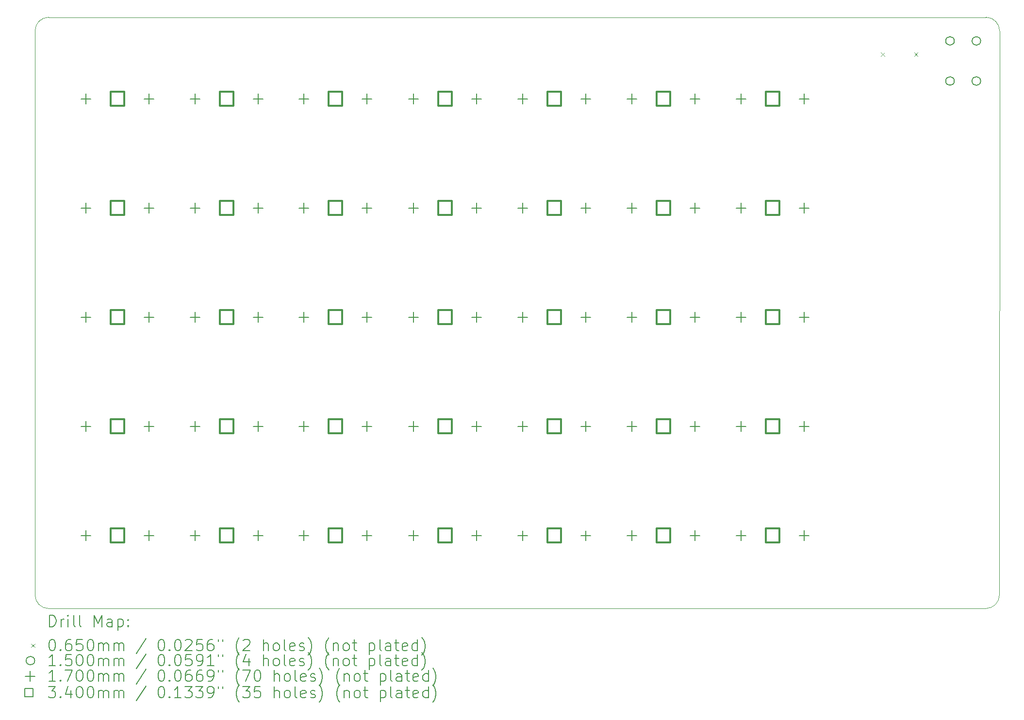
<source format=gbr>
%FSLAX45Y45*%
G04 Gerber Fmt 4.5, Leading zero omitted, Abs format (unit mm)*
G04 Created by KiCad (PCBNEW (6.0.6)) date 2022-08-07 16:47:04*
%MOMM*%
%LPD*%
G01*
G04 APERTURE LIST*
%TA.AperFunction,Profile*%
%ADD10C,0.100000*%
%TD*%
%ADD11C,0.200000*%
%ADD12C,0.065000*%
%ADD13C,0.150000*%
%ADD14C,0.170000*%
%ADD15C,0.340000*%
G04 APERTURE END LIST*
D10*
X5476875Y-3016250D02*
G75*
G03*
X5238750Y-3254375I-5J-238120D01*
G01*
X22066250Y-3254375D02*
G75*
G03*
X21828125Y-3016250I-238120J5D01*
G01*
X5238750Y-13097017D02*
X5238750Y-3254375D01*
X21825346Y-13335001D02*
G75*
G03*
X22063471Y-13096875I4J238121D01*
G01*
X5238758Y-13097017D02*
G75*
G03*
X5476875Y-13335142I238132J7D01*
G01*
X22066250Y-3254375D02*
X22063471Y-13096875D01*
X5476875Y-3016250D02*
X21828125Y-3016250D01*
X21825346Y-13335000D02*
X5476875Y-13335142D01*
D11*
D12*
X19998500Y-3630875D02*
X20063500Y-3695875D01*
X20063500Y-3630875D02*
X19998500Y-3695875D01*
X20576500Y-3630875D02*
X20641500Y-3695875D01*
X20641500Y-3630875D02*
X20576500Y-3695875D01*
D13*
X21276250Y-3429375D02*
G75*
G03*
X21276250Y-3429375I-75000J0D01*
G01*
X21276250Y-4129375D02*
G75*
G03*
X21276250Y-4129375I-75000J0D01*
G01*
X21736250Y-3429375D02*
G75*
G03*
X21736250Y-3429375I-75000J0D01*
G01*
X21736250Y-4129375D02*
G75*
G03*
X21736250Y-4129375I-75000J0D01*
G01*
D14*
X6124375Y-4353750D02*
X6124375Y-4523750D01*
X6039375Y-4438750D02*
X6209375Y-4438750D01*
X6124375Y-6258750D02*
X6124375Y-6428750D01*
X6039375Y-6343750D02*
X6209375Y-6343750D01*
X6124375Y-8163750D02*
X6124375Y-8333750D01*
X6039375Y-8248750D02*
X6209375Y-8248750D01*
X6124375Y-10068750D02*
X6124375Y-10238750D01*
X6039375Y-10153750D02*
X6209375Y-10153750D01*
X6124375Y-11973750D02*
X6124375Y-12143750D01*
X6039375Y-12058750D02*
X6209375Y-12058750D01*
X7224375Y-4353750D02*
X7224375Y-4523750D01*
X7139375Y-4438750D02*
X7309375Y-4438750D01*
X7224375Y-6258750D02*
X7224375Y-6428750D01*
X7139375Y-6343750D02*
X7309375Y-6343750D01*
X7224375Y-8163750D02*
X7224375Y-8333750D01*
X7139375Y-8248750D02*
X7309375Y-8248750D01*
X7224375Y-10068750D02*
X7224375Y-10238750D01*
X7139375Y-10153750D02*
X7309375Y-10153750D01*
X7224375Y-11973750D02*
X7224375Y-12143750D01*
X7139375Y-12058750D02*
X7309375Y-12058750D01*
X8029375Y-4353750D02*
X8029375Y-4523750D01*
X7944375Y-4438750D02*
X8114375Y-4438750D01*
X8029375Y-6258750D02*
X8029375Y-6428750D01*
X7944375Y-6343750D02*
X8114375Y-6343750D01*
X8029375Y-8163750D02*
X8029375Y-8333750D01*
X7944375Y-8248750D02*
X8114375Y-8248750D01*
X8029375Y-10068750D02*
X8029375Y-10238750D01*
X7944375Y-10153750D02*
X8114375Y-10153750D01*
X8029375Y-11973750D02*
X8029375Y-12143750D01*
X7944375Y-12058750D02*
X8114375Y-12058750D01*
X9129375Y-4353750D02*
X9129375Y-4523750D01*
X9044375Y-4438750D02*
X9214375Y-4438750D01*
X9129375Y-6258750D02*
X9129375Y-6428750D01*
X9044375Y-6343750D02*
X9214375Y-6343750D01*
X9129375Y-8163750D02*
X9129375Y-8333750D01*
X9044375Y-8248750D02*
X9214375Y-8248750D01*
X9129375Y-10068750D02*
X9129375Y-10238750D01*
X9044375Y-10153750D02*
X9214375Y-10153750D01*
X9129375Y-11973750D02*
X9129375Y-12143750D01*
X9044375Y-12058750D02*
X9214375Y-12058750D01*
X9928750Y-4353750D02*
X9928750Y-4523750D01*
X9843750Y-4438750D02*
X10013750Y-4438750D01*
X9928750Y-6258750D02*
X9928750Y-6428750D01*
X9843750Y-6343750D02*
X10013750Y-6343750D01*
X9928750Y-8163750D02*
X9928750Y-8333750D01*
X9843750Y-8248750D02*
X10013750Y-8248750D01*
X9928750Y-10068750D02*
X9928750Y-10238750D01*
X9843750Y-10153750D02*
X10013750Y-10153750D01*
X9928750Y-11973750D02*
X9928750Y-12143750D01*
X9843750Y-12058750D02*
X10013750Y-12058750D01*
X11028750Y-4353750D02*
X11028750Y-4523750D01*
X10943750Y-4438750D02*
X11113750Y-4438750D01*
X11028750Y-6258750D02*
X11028750Y-6428750D01*
X10943750Y-6343750D02*
X11113750Y-6343750D01*
X11028750Y-8163750D02*
X11028750Y-8333750D01*
X10943750Y-8248750D02*
X11113750Y-8248750D01*
X11028750Y-10068750D02*
X11028750Y-10238750D01*
X10943750Y-10153750D02*
X11113750Y-10153750D01*
X11028750Y-11973750D02*
X11028750Y-12143750D01*
X10943750Y-12058750D02*
X11113750Y-12058750D01*
X11839375Y-4353750D02*
X11839375Y-4523750D01*
X11754375Y-4438750D02*
X11924375Y-4438750D01*
X11839375Y-6258750D02*
X11839375Y-6428750D01*
X11754375Y-6343750D02*
X11924375Y-6343750D01*
X11839375Y-8163750D02*
X11839375Y-8333750D01*
X11754375Y-8248750D02*
X11924375Y-8248750D01*
X11839375Y-10068750D02*
X11839375Y-10238750D01*
X11754375Y-10153750D02*
X11924375Y-10153750D01*
X11839375Y-11973750D02*
X11839375Y-12143750D01*
X11754375Y-12058750D02*
X11924375Y-12058750D01*
X12939375Y-4353750D02*
X12939375Y-4523750D01*
X12854375Y-4438750D02*
X13024375Y-4438750D01*
X12939375Y-6258750D02*
X12939375Y-6428750D01*
X12854375Y-6343750D02*
X13024375Y-6343750D01*
X12939375Y-8163750D02*
X12939375Y-8333750D01*
X12854375Y-8248750D02*
X13024375Y-8248750D01*
X12939375Y-10068750D02*
X12939375Y-10238750D01*
X12854375Y-10153750D02*
X13024375Y-10153750D01*
X12939375Y-11973750D02*
X12939375Y-12143750D01*
X12854375Y-12058750D02*
X13024375Y-12058750D01*
X13744025Y-4353748D02*
X13744025Y-4523748D01*
X13659025Y-4438748D02*
X13829025Y-4438748D01*
X13744191Y-6258762D02*
X13744191Y-6428762D01*
X13659191Y-6343762D02*
X13829191Y-6343762D01*
X13744243Y-11973888D02*
X13744243Y-12143888D01*
X13659243Y-12058888D02*
X13829243Y-12058888D01*
X13744339Y-8163702D02*
X13744339Y-8333702D01*
X13659339Y-8248702D02*
X13829339Y-8248702D01*
X13744375Y-10068631D02*
X13744375Y-10238631D01*
X13659375Y-10153631D02*
X13829375Y-10153631D01*
X14844025Y-4353748D02*
X14844025Y-4523748D01*
X14759025Y-4438748D02*
X14929025Y-4438748D01*
X14844191Y-6258762D02*
X14844191Y-6428762D01*
X14759191Y-6343762D02*
X14929191Y-6343762D01*
X14844243Y-11973888D02*
X14844243Y-12143888D01*
X14759243Y-12058888D02*
X14929243Y-12058888D01*
X14844339Y-8163702D02*
X14844339Y-8333702D01*
X14759339Y-8248702D02*
X14929339Y-8248702D01*
X14844375Y-10068631D02*
X14844375Y-10238631D01*
X14759375Y-10153631D02*
X14929375Y-10153631D01*
X15649022Y-4353705D02*
X15649022Y-4523705D01*
X15564022Y-4438705D02*
X15734022Y-4438705D01*
X15649120Y-6258820D02*
X15649120Y-6428820D01*
X15564120Y-6343820D02*
X15734120Y-6343820D01*
X15649145Y-11973841D02*
X15649145Y-12143841D01*
X15564145Y-12058841D02*
X15734145Y-12058841D01*
X15649293Y-8163645D02*
X15649293Y-8333645D01*
X15564293Y-8248645D02*
X15734293Y-8248645D01*
X15649375Y-10068671D02*
X15649375Y-10238671D01*
X15564375Y-10153671D02*
X15734375Y-10153671D01*
X16749022Y-4353705D02*
X16749022Y-4523705D01*
X16664022Y-4438705D02*
X16834022Y-4438705D01*
X16749120Y-6258820D02*
X16749120Y-6428820D01*
X16664120Y-6343820D02*
X16834120Y-6343820D01*
X16749145Y-11973841D02*
X16749145Y-12143841D01*
X16664145Y-12058841D02*
X16834145Y-12058841D01*
X16749293Y-8163645D02*
X16749293Y-8333645D01*
X16664293Y-8248645D02*
X16834293Y-8248645D01*
X16749375Y-10068671D02*
X16749375Y-10238671D01*
X16664375Y-10153671D02*
X16834375Y-10153671D01*
X17554131Y-4353750D02*
X17554131Y-4523750D01*
X17469131Y-4438750D02*
X17639131Y-4438750D01*
X17554131Y-6258750D02*
X17554131Y-6428750D01*
X17469131Y-6343750D02*
X17639131Y-6343750D01*
X17554131Y-8163750D02*
X17554131Y-8333750D01*
X17469131Y-8248750D02*
X17639131Y-8248750D01*
X17554302Y-11973750D02*
X17554302Y-12143750D01*
X17469302Y-12058750D02*
X17639302Y-12058750D01*
X17554375Y-10068750D02*
X17554375Y-10238750D01*
X17469375Y-10153750D02*
X17639375Y-10153750D01*
X18654131Y-4353750D02*
X18654131Y-4523750D01*
X18569131Y-4438750D02*
X18739131Y-4438750D01*
X18654131Y-6258750D02*
X18654131Y-6428750D01*
X18569131Y-6343750D02*
X18739131Y-6343750D01*
X18654131Y-8163750D02*
X18654131Y-8333750D01*
X18569131Y-8248750D02*
X18739131Y-8248750D01*
X18654302Y-11973750D02*
X18654302Y-12143750D01*
X18569302Y-12058750D02*
X18739302Y-12058750D01*
X18654375Y-10068750D02*
X18654375Y-10238750D01*
X18569375Y-10153750D02*
X18739375Y-10153750D01*
D15*
X6794584Y-4558959D02*
X6794584Y-4318541D01*
X6554166Y-4318541D01*
X6554166Y-4558959D01*
X6794584Y-4558959D01*
X6794584Y-6463959D02*
X6794584Y-6223541D01*
X6554166Y-6223541D01*
X6554166Y-6463959D01*
X6794584Y-6463959D01*
X6794584Y-8368959D02*
X6794584Y-8128541D01*
X6554166Y-8128541D01*
X6554166Y-8368959D01*
X6794584Y-8368959D01*
X6794584Y-10273959D02*
X6794584Y-10033541D01*
X6554166Y-10033541D01*
X6554166Y-10273959D01*
X6794584Y-10273959D01*
X6794584Y-12178959D02*
X6794584Y-11938541D01*
X6554166Y-11938541D01*
X6554166Y-12178959D01*
X6794584Y-12178959D01*
X8699584Y-4558959D02*
X8699584Y-4318541D01*
X8459166Y-4318541D01*
X8459166Y-4558959D01*
X8699584Y-4558959D01*
X8699584Y-6463959D02*
X8699584Y-6223541D01*
X8459166Y-6223541D01*
X8459166Y-6463959D01*
X8699584Y-6463959D01*
X8699584Y-8368959D02*
X8699584Y-8128541D01*
X8459166Y-8128541D01*
X8459166Y-8368959D01*
X8699584Y-8368959D01*
X8699584Y-10273959D02*
X8699584Y-10033541D01*
X8459166Y-10033541D01*
X8459166Y-10273959D01*
X8699584Y-10273959D01*
X8699584Y-12178959D02*
X8699584Y-11938541D01*
X8459166Y-11938541D01*
X8459166Y-12178959D01*
X8699584Y-12178959D01*
X10598959Y-4558959D02*
X10598959Y-4318541D01*
X10358541Y-4318541D01*
X10358541Y-4558959D01*
X10598959Y-4558959D01*
X10598959Y-6463959D02*
X10598959Y-6223541D01*
X10358541Y-6223541D01*
X10358541Y-6463959D01*
X10598959Y-6463959D01*
X10598959Y-8368959D02*
X10598959Y-8128541D01*
X10358541Y-8128541D01*
X10358541Y-8368959D01*
X10598959Y-8368959D01*
X10598959Y-10273959D02*
X10598959Y-10033541D01*
X10358541Y-10033541D01*
X10358541Y-10273959D01*
X10598959Y-10273959D01*
X10598959Y-12178959D02*
X10598959Y-11938541D01*
X10358541Y-11938541D01*
X10358541Y-12178959D01*
X10598959Y-12178959D01*
X12509584Y-4558959D02*
X12509584Y-4318541D01*
X12269166Y-4318541D01*
X12269166Y-4558959D01*
X12509584Y-4558959D01*
X12509584Y-6463959D02*
X12509584Y-6223541D01*
X12269166Y-6223541D01*
X12269166Y-6463959D01*
X12509584Y-6463959D01*
X12509584Y-8368959D02*
X12509584Y-8128541D01*
X12269166Y-8128541D01*
X12269166Y-8368959D01*
X12509584Y-8368959D01*
X12509584Y-10273959D02*
X12509584Y-10033541D01*
X12269166Y-10033541D01*
X12269166Y-10273959D01*
X12509584Y-10273959D01*
X12509584Y-12178959D02*
X12509584Y-11938541D01*
X12269166Y-11938541D01*
X12269166Y-12178959D01*
X12509584Y-12178959D01*
X14414234Y-4558957D02*
X14414234Y-4318538D01*
X14173816Y-4318538D01*
X14173816Y-4558957D01*
X14414234Y-4558957D01*
X14414401Y-6463972D02*
X14414401Y-6223553D01*
X14173982Y-6223553D01*
X14173982Y-6463972D01*
X14414401Y-6463972D01*
X14414452Y-12179097D02*
X14414452Y-11938679D01*
X14174034Y-11938679D01*
X14174034Y-12179097D01*
X14414452Y-12179097D01*
X14414548Y-8368911D02*
X14414548Y-8128493D01*
X14174130Y-8128493D01*
X14174130Y-8368911D01*
X14414548Y-8368911D01*
X14414584Y-10273841D02*
X14414584Y-10033422D01*
X14174166Y-10033422D01*
X14174166Y-10273841D01*
X14414584Y-10273841D01*
X16319231Y-4558915D02*
X16319231Y-4318496D01*
X16078812Y-4318496D01*
X16078812Y-4558915D01*
X16319231Y-4558915D01*
X16319329Y-6464030D02*
X16319329Y-6223611D01*
X16078910Y-6223611D01*
X16078910Y-6464030D01*
X16319329Y-6464030D01*
X16319354Y-12179050D02*
X16319354Y-11938631D01*
X16078935Y-11938631D01*
X16078935Y-12179050D01*
X16319354Y-12179050D01*
X16319502Y-8368855D02*
X16319502Y-8128436D01*
X16079083Y-8128436D01*
X16079083Y-8368855D01*
X16319502Y-8368855D01*
X16319584Y-10273880D02*
X16319584Y-10033462D01*
X16079166Y-10033462D01*
X16079166Y-10273880D01*
X16319584Y-10273880D01*
X18224340Y-4558959D02*
X18224340Y-4318541D01*
X17983922Y-4318541D01*
X17983922Y-4558959D01*
X18224340Y-4558959D01*
X18224340Y-6463959D02*
X18224340Y-6223541D01*
X17983922Y-6223541D01*
X17983922Y-6463959D01*
X18224340Y-6463959D01*
X18224340Y-8368959D02*
X18224340Y-8128541D01*
X17983922Y-8128541D01*
X17983922Y-8368959D01*
X18224340Y-8368959D01*
X18224511Y-12178959D02*
X18224511Y-11938541D01*
X17984093Y-11938541D01*
X17984093Y-12178959D01*
X18224511Y-12178959D01*
X18224584Y-10273959D02*
X18224584Y-10033541D01*
X17984166Y-10033541D01*
X17984166Y-10273959D01*
X18224584Y-10273959D01*
D11*
X5491369Y-13650618D02*
X5491369Y-13450618D01*
X5538988Y-13450618D01*
X5567560Y-13460142D01*
X5586607Y-13479190D01*
X5596131Y-13498237D01*
X5605655Y-13536333D01*
X5605655Y-13564904D01*
X5596131Y-13602999D01*
X5586607Y-13622047D01*
X5567560Y-13641094D01*
X5538988Y-13650618D01*
X5491369Y-13650618D01*
X5691369Y-13650618D02*
X5691369Y-13517285D01*
X5691369Y-13555380D02*
X5700893Y-13536333D01*
X5710417Y-13526809D01*
X5729464Y-13517285D01*
X5748512Y-13517285D01*
X5815178Y-13650618D02*
X5815178Y-13517285D01*
X5815178Y-13450618D02*
X5805655Y-13460142D01*
X5815178Y-13469666D01*
X5824702Y-13460142D01*
X5815178Y-13450618D01*
X5815178Y-13469666D01*
X5938988Y-13650618D02*
X5919940Y-13641094D01*
X5910417Y-13622047D01*
X5910417Y-13450618D01*
X6043750Y-13650618D02*
X6024702Y-13641094D01*
X6015178Y-13622047D01*
X6015178Y-13450618D01*
X6272321Y-13650618D02*
X6272321Y-13450618D01*
X6338988Y-13593475D01*
X6405655Y-13450618D01*
X6405655Y-13650618D01*
X6586607Y-13650618D02*
X6586607Y-13545856D01*
X6577083Y-13526809D01*
X6558036Y-13517285D01*
X6519940Y-13517285D01*
X6500893Y-13526809D01*
X6586607Y-13641094D02*
X6567559Y-13650618D01*
X6519940Y-13650618D01*
X6500893Y-13641094D01*
X6491369Y-13622047D01*
X6491369Y-13602999D01*
X6500893Y-13583952D01*
X6519940Y-13574428D01*
X6567559Y-13574428D01*
X6586607Y-13564904D01*
X6681845Y-13517285D02*
X6681845Y-13717285D01*
X6681845Y-13526809D02*
X6700893Y-13517285D01*
X6738988Y-13517285D01*
X6758036Y-13526809D01*
X6767559Y-13536333D01*
X6777083Y-13555380D01*
X6777083Y-13612523D01*
X6767559Y-13631571D01*
X6758036Y-13641094D01*
X6738988Y-13650618D01*
X6700893Y-13650618D01*
X6681845Y-13641094D01*
X6862798Y-13631571D02*
X6872321Y-13641094D01*
X6862798Y-13650618D01*
X6853274Y-13641094D01*
X6862798Y-13631571D01*
X6862798Y-13650618D01*
X6862798Y-13526809D02*
X6872321Y-13536333D01*
X6862798Y-13545856D01*
X6853274Y-13536333D01*
X6862798Y-13526809D01*
X6862798Y-13545856D01*
D12*
X5168750Y-13947642D02*
X5233750Y-14012642D01*
X5233750Y-13947642D02*
X5168750Y-14012642D01*
D11*
X5529464Y-13870618D02*
X5548512Y-13870618D01*
X5567560Y-13880142D01*
X5577083Y-13889666D01*
X5586607Y-13908714D01*
X5596131Y-13946809D01*
X5596131Y-13994428D01*
X5586607Y-14032523D01*
X5577083Y-14051571D01*
X5567560Y-14061094D01*
X5548512Y-14070618D01*
X5529464Y-14070618D01*
X5510417Y-14061094D01*
X5500893Y-14051571D01*
X5491369Y-14032523D01*
X5481845Y-13994428D01*
X5481845Y-13946809D01*
X5491369Y-13908714D01*
X5500893Y-13889666D01*
X5510417Y-13880142D01*
X5529464Y-13870618D01*
X5681845Y-14051571D02*
X5691369Y-14061094D01*
X5681845Y-14070618D01*
X5672321Y-14061094D01*
X5681845Y-14051571D01*
X5681845Y-14070618D01*
X5862798Y-13870618D02*
X5824702Y-13870618D01*
X5805655Y-13880142D01*
X5796131Y-13889666D01*
X5777083Y-13918237D01*
X5767559Y-13956333D01*
X5767559Y-14032523D01*
X5777083Y-14051571D01*
X5786607Y-14061094D01*
X5805655Y-14070618D01*
X5843750Y-14070618D01*
X5862798Y-14061094D01*
X5872321Y-14051571D01*
X5881845Y-14032523D01*
X5881845Y-13984904D01*
X5872321Y-13965856D01*
X5862798Y-13956333D01*
X5843750Y-13946809D01*
X5805655Y-13946809D01*
X5786607Y-13956333D01*
X5777083Y-13965856D01*
X5767559Y-13984904D01*
X6062798Y-13870618D02*
X5967559Y-13870618D01*
X5958036Y-13965856D01*
X5967559Y-13956333D01*
X5986607Y-13946809D01*
X6034226Y-13946809D01*
X6053274Y-13956333D01*
X6062798Y-13965856D01*
X6072321Y-13984904D01*
X6072321Y-14032523D01*
X6062798Y-14051571D01*
X6053274Y-14061094D01*
X6034226Y-14070618D01*
X5986607Y-14070618D01*
X5967559Y-14061094D01*
X5958036Y-14051571D01*
X6196131Y-13870618D02*
X6215178Y-13870618D01*
X6234226Y-13880142D01*
X6243750Y-13889666D01*
X6253274Y-13908714D01*
X6262798Y-13946809D01*
X6262798Y-13994428D01*
X6253274Y-14032523D01*
X6243750Y-14051571D01*
X6234226Y-14061094D01*
X6215178Y-14070618D01*
X6196131Y-14070618D01*
X6177083Y-14061094D01*
X6167559Y-14051571D01*
X6158036Y-14032523D01*
X6148512Y-13994428D01*
X6148512Y-13946809D01*
X6158036Y-13908714D01*
X6167559Y-13889666D01*
X6177083Y-13880142D01*
X6196131Y-13870618D01*
X6348512Y-14070618D02*
X6348512Y-13937285D01*
X6348512Y-13956333D02*
X6358036Y-13946809D01*
X6377083Y-13937285D01*
X6405655Y-13937285D01*
X6424702Y-13946809D01*
X6434226Y-13965856D01*
X6434226Y-14070618D01*
X6434226Y-13965856D02*
X6443750Y-13946809D01*
X6462798Y-13937285D01*
X6491369Y-13937285D01*
X6510417Y-13946809D01*
X6519940Y-13965856D01*
X6519940Y-14070618D01*
X6615178Y-14070618D02*
X6615178Y-13937285D01*
X6615178Y-13956333D02*
X6624702Y-13946809D01*
X6643750Y-13937285D01*
X6672321Y-13937285D01*
X6691369Y-13946809D01*
X6700893Y-13965856D01*
X6700893Y-14070618D01*
X6700893Y-13965856D02*
X6710417Y-13946809D01*
X6729464Y-13937285D01*
X6758036Y-13937285D01*
X6777083Y-13946809D01*
X6786607Y-13965856D01*
X6786607Y-14070618D01*
X7177083Y-13861094D02*
X7005655Y-14118237D01*
X7434226Y-13870618D02*
X7453274Y-13870618D01*
X7472321Y-13880142D01*
X7481845Y-13889666D01*
X7491369Y-13908714D01*
X7500893Y-13946809D01*
X7500893Y-13994428D01*
X7491369Y-14032523D01*
X7481845Y-14051571D01*
X7472321Y-14061094D01*
X7453274Y-14070618D01*
X7434226Y-14070618D01*
X7415178Y-14061094D01*
X7405655Y-14051571D01*
X7396131Y-14032523D01*
X7386607Y-13994428D01*
X7386607Y-13946809D01*
X7396131Y-13908714D01*
X7405655Y-13889666D01*
X7415178Y-13880142D01*
X7434226Y-13870618D01*
X7586607Y-14051571D02*
X7596131Y-14061094D01*
X7586607Y-14070618D01*
X7577083Y-14061094D01*
X7586607Y-14051571D01*
X7586607Y-14070618D01*
X7719940Y-13870618D02*
X7738988Y-13870618D01*
X7758036Y-13880142D01*
X7767559Y-13889666D01*
X7777083Y-13908714D01*
X7786607Y-13946809D01*
X7786607Y-13994428D01*
X7777083Y-14032523D01*
X7767559Y-14051571D01*
X7758036Y-14061094D01*
X7738988Y-14070618D01*
X7719940Y-14070618D01*
X7700893Y-14061094D01*
X7691369Y-14051571D01*
X7681845Y-14032523D01*
X7672321Y-13994428D01*
X7672321Y-13946809D01*
X7681845Y-13908714D01*
X7691369Y-13889666D01*
X7700893Y-13880142D01*
X7719940Y-13870618D01*
X7862798Y-13889666D02*
X7872321Y-13880142D01*
X7891369Y-13870618D01*
X7938988Y-13870618D01*
X7958036Y-13880142D01*
X7967559Y-13889666D01*
X7977083Y-13908714D01*
X7977083Y-13927761D01*
X7967559Y-13956333D01*
X7853274Y-14070618D01*
X7977083Y-14070618D01*
X8158036Y-13870618D02*
X8062798Y-13870618D01*
X8053274Y-13965856D01*
X8062798Y-13956333D01*
X8081845Y-13946809D01*
X8129464Y-13946809D01*
X8148512Y-13956333D01*
X8158036Y-13965856D01*
X8167559Y-13984904D01*
X8167559Y-14032523D01*
X8158036Y-14051571D01*
X8148512Y-14061094D01*
X8129464Y-14070618D01*
X8081845Y-14070618D01*
X8062798Y-14061094D01*
X8053274Y-14051571D01*
X8338988Y-13870618D02*
X8300893Y-13870618D01*
X8281845Y-13880142D01*
X8272321Y-13889666D01*
X8253274Y-13918237D01*
X8243750Y-13956333D01*
X8243750Y-14032523D01*
X8253274Y-14051571D01*
X8262798Y-14061094D01*
X8281845Y-14070618D01*
X8319940Y-14070618D01*
X8338988Y-14061094D01*
X8348512Y-14051571D01*
X8358036Y-14032523D01*
X8358036Y-13984904D01*
X8348512Y-13965856D01*
X8338988Y-13956333D01*
X8319940Y-13946809D01*
X8281845Y-13946809D01*
X8262798Y-13956333D01*
X8253274Y-13965856D01*
X8243750Y-13984904D01*
X8434226Y-13870618D02*
X8434226Y-13908714D01*
X8510417Y-13870618D02*
X8510417Y-13908714D01*
X8805655Y-14146809D02*
X8796131Y-14137285D01*
X8777083Y-14108714D01*
X8767560Y-14089666D01*
X8758036Y-14061094D01*
X8748512Y-14013475D01*
X8748512Y-13975380D01*
X8758036Y-13927761D01*
X8767560Y-13899190D01*
X8777083Y-13880142D01*
X8796131Y-13851571D01*
X8805655Y-13842047D01*
X8872321Y-13889666D02*
X8881845Y-13880142D01*
X8900893Y-13870618D01*
X8948512Y-13870618D01*
X8967560Y-13880142D01*
X8977083Y-13889666D01*
X8986607Y-13908714D01*
X8986607Y-13927761D01*
X8977083Y-13956333D01*
X8862798Y-14070618D01*
X8986607Y-14070618D01*
X9224702Y-14070618D02*
X9224702Y-13870618D01*
X9310417Y-14070618D02*
X9310417Y-13965856D01*
X9300893Y-13946809D01*
X9281845Y-13937285D01*
X9253274Y-13937285D01*
X9234226Y-13946809D01*
X9224702Y-13956333D01*
X9434226Y-14070618D02*
X9415179Y-14061094D01*
X9405655Y-14051571D01*
X9396131Y-14032523D01*
X9396131Y-13975380D01*
X9405655Y-13956333D01*
X9415179Y-13946809D01*
X9434226Y-13937285D01*
X9462798Y-13937285D01*
X9481845Y-13946809D01*
X9491369Y-13956333D01*
X9500893Y-13975380D01*
X9500893Y-14032523D01*
X9491369Y-14051571D01*
X9481845Y-14061094D01*
X9462798Y-14070618D01*
X9434226Y-14070618D01*
X9615179Y-14070618D02*
X9596131Y-14061094D01*
X9586607Y-14042047D01*
X9586607Y-13870618D01*
X9767560Y-14061094D02*
X9748512Y-14070618D01*
X9710417Y-14070618D01*
X9691369Y-14061094D01*
X9681845Y-14042047D01*
X9681845Y-13965856D01*
X9691369Y-13946809D01*
X9710417Y-13937285D01*
X9748512Y-13937285D01*
X9767560Y-13946809D01*
X9777083Y-13965856D01*
X9777083Y-13984904D01*
X9681845Y-14003952D01*
X9853274Y-14061094D02*
X9872321Y-14070618D01*
X9910417Y-14070618D01*
X9929464Y-14061094D01*
X9938988Y-14042047D01*
X9938988Y-14032523D01*
X9929464Y-14013475D01*
X9910417Y-14003952D01*
X9881845Y-14003952D01*
X9862798Y-13994428D01*
X9853274Y-13975380D01*
X9853274Y-13965856D01*
X9862798Y-13946809D01*
X9881845Y-13937285D01*
X9910417Y-13937285D01*
X9929464Y-13946809D01*
X10005655Y-14146809D02*
X10015179Y-14137285D01*
X10034226Y-14108714D01*
X10043750Y-14089666D01*
X10053274Y-14061094D01*
X10062798Y-14013475D01*
X10062798Y-13975380D01*
X10053274Y-13927761D01*
X10043750Y-13899190D01*
X10034226Y-13880142D01*
X10015179Y-13851571D01*
X10005655Y-13842047D01*
X10367560Y-14146809D02*
X10358036Y-14137285D01*
X10338988Y-14108714D01*
X10329464Y-14089666D01*
X10319940Y-14061094D01*
X10310417Y-14013475D01*
X10310417Y-13975380D01*
X10319940Y-13927761D01*
X10329464Y-13899190D01*
X10338988Y-13880142D01*
X10358036Y-13851571D01*
X10367560Y-13842047D01*
X10443750Y-13937285D02*
X10443750Y-14070618D01*
X10443750Y-13956333D02*
X10453274Y-13946809D01*
X10472321Y-13937285D01*
X10500893Y-13937285D01*
X10519940Y-13946809D01*
X10529464Y-13965856D01*
X10529464Y-14070618D01*
X10653274Y-14070618D02*
X10634226Y-14061094D01*
X10624702Y-14051571D01*
X10615179Y-14032523D01*
X10615179Y-13975380D01*
X10624702Y-13956333D01*
X10634226Y-13946809D01*
X10653274Y-13937285D01*
X10681845Y-13937285D01*
X10700893Y-13946809D01*
X10710417Y-13956333D01*
X10719940Y-13975380D01*
X10719940Y-14032523D01*
X10710417Y-14051571D01*
X10700893Y-14061094D01*
X10681845Y-14070618D01*
X10653274Y-14070618D01*
X10777083Y-13937285D02*
X10853274Y-13937285D01*
X10805655Y-13870618D02*
X10805655Y-14042047D01*
X10815179Y-14061094D01*
X10834226Y-14070618D01*
X10853274Y-14070618D01*
X11072321Y-13937285D02*
X11072321Y-14137285D01*
X11072321Y-13946809D02*
X11091369Y-13937285D01*
X11129464Y-13937285D01*
X11148512Y-13946809D01*
X11158036Y-13956333D01*
X11167560Y-13975380D01*
X11167560Y-14032523D01*
X11158036Y-14051571D01*
X11148512Y-14061094D01*
X11129464Y-14070618D01*
X11091369Y-14070618D01*
X11072321Y-14061094D01*
X11281845Y-14070618D02*
X11262798Y-14061094D01*
X11253274Y-14042047D01*
X11253274Y-13870618D01*
X11443750Y-14070618D02*
X11443750Y-13965856D01*
X11434226Y-13946809D01*
X11415178Y-13937285D01*
X11377083Y-13937285D01*
X11358036Y-13946809D01*
X11443750Y-14061094D02*
X11424702Y-14070618D01*
X11377083Y-14070618D01*
X11358036Y-14061094D01*
X11348512Y-14042047D01*
X11348512Y-14022999D01*
X11358036Y-14003952D01*
X11377083Y-13994428D01*
X11424702Y-13994428D01*
X11443750Y-13984904D01*
X11510417Y-13937285D02*
X11586607Y-13937285D01*
X11538988Y-13870618D02*
X11538988Y-14042047D01*
X11548512Y-14061094D01*
X11567559Y-14070618D01*
X11586607Y-14070618D01*
X11729464Y-14061094D02*
X11710417Y-14070618D01*
X11672321Y-14070618D01*
X11653274Y-14061094D01*
X11643750Y-14042047D01*
X11643750Y-13965856D01*
X11653274Y-13946809D01*
X11672321Y-13937285D01*
X11710417Y-13937285D01*
X11729464Y-13946809D01*
X11738988Y-13965856D01*
X11738988Y-13984904D01*
X11643750Y-14003952D01*
X11910417Y-14070618D02*
X11910417Y-13870618D01*
X11910417Y-14061094D02*
X11891369Y-14070618D01*
X11853274Y-14070618D01*
X11834226Y-14061094D01*
X11824702Y-14051571D01*
X11815178Y-14032523D01*
X11815178Y-13975380D01*
X11824702Y-13956333D01*
X11834226Y-13946809D01*
X11853274Y-13937285D01*
X11891369Y-13937285D01*
X11910417Y-13946809D01*
X11986607Y-14146809D02*
X11996131Y-14137285D01*
X12015178Y-14108714D01*
X12024702Y-14089666D01*
X12034226Y-14061094D01*
X12043750Y-14013475D01*
X12043750Y-13975380D01*
X12034226Y-13927761D01*
X12024702Y-13899190D01*
X12015178Y-13880142D01*
X11996131Y-13851571D01*
X11986607Y-13842047D01*
D13*
X5233750Y-14244142D02*
G75*
G03*
X5233750Y-14244142I-75000J0D01*
G01*
D11*
X5596131Y-14334618D02*
X5481845Y-14334618D01*
X5538988Y-14334618D02*
X5538988Y-14134618D01*
X5519940Y-14163190D01*
X5500893Y-14182237D01*
X5481845Y-14191761D01*
X5681845Y-14315571D02*
X5691369Y-14325094D01*
X5681845Y-14334618D01*
X5672321Y-14325094D01*
X5681845Y-14315571D01*
X5681845Y-14334618D01*
X5872321Y-14134618D02*
X5777083Y-14134618D01*
X5767559Y-14229856D01*
X5777083Y-14220333D01*
X5796131Y-14210809D01*
X5843750Y-14210809D01*
X5862798Y-14220333D01*
X5872321Y-14229856D01*
X5881845Y-14248904D01*
X5881845Y-14296523D01*
X5872321Y-14315571D01*
X5862798Y-14325094D01*
X5843750Y-14334618D01*
X5796131Y-14334618D01*
X5777083Y-14325094D01*
X5767559Y-14315571D01*
X6005655Y-14134618D02*
X6024702Y-14134618D01*
X6043750Y-14144142D01*
X6053274Y-14153666D01*
X6062798Y-14172714D01*
X6072321Y-14210809D01*
X6072321Y-14258428D01*
X6062798Y-14296523D01*
X6053274Y-14315571D01*
X6043750Y-14325094D01*
X6024702Y-14334618D01*
X6005655Y-14334618D01*
X5986607Y-14325094D01*
X5977083Y-14315571D01*
X5967559Y-14296523D01*
X5958036Y-14258428D01*
X5958036Y-14210809D01*
X5967559Y-14172714D01*
X5977083Y-14153666D01*
X5986607Y-14144142D01*
X6005655Y-14134618D01*
X6196131Y-14134618D02*
X6215178Y-14134618D01*
X6234226Y-14144142D01*
X6243750Y-14153666D01*
X6253274Y-14172714D01*
X6262798Y-14210809D01*
X6262798Y-14258428D01*
X6253274Y-14296523D01*
X6243750Y-14315571D01*
X6234226Y-14325094D01*
X6215178Y-14334618D01*
X6196131Y-14334618D01*
X6177083Y-14325094D01*
X6167559Y-14315571D01*
X6158036Y-14296523D01*
X6148512Y-14258428D01*
X6148512Y-14210809D01*
X6158036Y-14172714D01*
X6167559Y-14153666D01*
X6177083Y-14144142D01*
X6196131Y-14134618D01*
X6348512Y-14334618D02*
X6348512Y-14201285D01*
X6348512Y-14220333D02*
X6358036Y-14210809D01*
X6377083Y-14201285D01*
X6405655Y-14201285D01*
X6424702Y-14210809D01*
X6434226Y-14229856D01*
X6434226Y-14334618D01*
X6434226Y-14229856D02*
X6443750Y-14210809D01*
X6462798Y-14201285D01*
X6491369Y-14201285D01*
X6510417Y-14210809D01*
X6519940Y-14229856D01*
X6519940Y-14334618D01*
X6615178Y-14334618D02*
X6615178Y-14201285D01*
X6615178Y-14220333D02*
X6624702Y-14210809D01*
X6643750Y-14201285D01*
X6672321Y-14201285D01*
X6691369Y-14210809D01*
X6700893Y-14229856D01*
X6700893Y-14334618D01*
X6700893Y-14229856D02*
X6710417Y-14210809D01*
X6729464Y-14201285D01*
X6758036Y-14201285D01*
X6777083Y-14210809D01*
X6786607Y-14229856D01*
X6786607Y-14334618D01*
X7177083Y-14125094D02*
X7005655Y-14382237D01*
X7434226Y-14134618D02*
X7453274Y-14134618D01*
X7472321Y-14144142D01*
X7481845Y-14153666D01*
X7491369Y-14172714D01*
X7500893Y-14210809D01*
X7500893Y-14258428D01*
X7491369Y-14296523D01*
X7481845Y-14315571D01*
X7472321Y-14325094D01*
X7453274Y-14334618D01*
X7434226Y-14334618D01*
X7415178Y-14325094D01*
X7405655Y-14315571D01*
X7396131Y-14296523D01*
X7386607Y-14258428D01*
X7386607Y-14210809D01*
X7396131Y-14172714D01*
X7405655Y-14153666D01*
X7415178Y-14144142D01*
X7434226Y-14134618D01*
X7586607Y-14315571D02*
X7596131Y-14325094D01*
X7586607Y-14334618D01*
X7577083Y-14325094D01*
X7586607Y-14315571D01*
X7586607Y-14334618D01*
X7719940Y-14134618D02*
X7738988Y-14134618D01*
X7758036Y-14144142D01*
X7767559Y-14153666D01*
X7777083Y-14172714D01*
X7786607Y-14210809D01*
X7786607Y-14258428D01*
X7777083Y-14296523D01*
X7767559Y-14315571D01*
X7758036Y-14325094D01*
X7738988Y-14334618D01*
X7719940Y-14334618D01*
X7700893Y-14325094D01*
X7691369Y-14315571D01*
X7681845Y-14296523D01*
X7672321Y-14258428D01*
X7672321Y-14210809D01*
X7681845Y-14172714D01*
X7691369Y-14153666D01*
X7700893Y-14144142D01*
X7719940Y-14134618D01*
X7967559Y-14134618D02*
X7872321Y-14134618D01*
X7862798Y-14229856D01*
X7872321Y-14220333D01*
X7891369Y-14210809D01*
X7938988Y-14210809D01*
X7958036Y-14220333D01*
X7967559Y-14229856D01*
X7977083Y-14248904D01*
X7977083Y-14296523D01*
X7967559Y-14315571D01*
X7958036Y-14325094D01*
X7938988Y-14334618D01*
X7891369Y-14334618D01*
X7872321Y-14325094D01*
X7862798Y-14315571D01*
X8072321Y-14334618D02*
X8110417Y-14334618D01*
X8129464Y-14325094D01*
X8138988Y-14315571D01*
X8158036Y-14286999D01*
X8167559Y-14248904D01*
X8167559Y-14172714D01*
X8158036Y-14153666D01*
X8148512Y-14144142D01*
X8129464Y-14134618D01*
X8091369Y-14134618D01*
X8072321Y-14144142D01*
X8062798Y-14153666D01*
X8053274Y-14172714D01*
X8053274Y-14220333D01*
X8062798Y-14239380D01*
X8072321Y-14248904D01*
X8091369Y-14258428D01*
X8129464Y-14258428D01*
X8148512Y-14248904D01*
X8158036Y-14239380D01*
X8167559Y-14220333D01*
X8358036Y-14334618D02*
X8243750Y-14334618D01*
X8300893Y-14334618D02*
X8300893Y-14134618D01*
X8281845Y-14163190D01*
X8262798Y-14182237D01*
X8243750Y-14191761D01*
X8434226Y-14134618D02*
X8434226Y-14172714D01*
X8510417Y-14134618D02*
X8510417Y-14172714D01*
X8805655Y-14410809D02*
X8796131Y-14401285D01*
X8777083Y-14372714D01*
X8767560Y-14353666D01*
X8758036Y-14325094D01*
X8748512Y-14277475D01*
X8748512Y-14239380D01*
X8758036Y-14191761D01*
X8767560Y-14163190D01*
X8777083Y-14144142D01*
X8796131Y-14115571D01*
X8805655Y-14106047D01*
X8967560Y-14201285D02*
X8967560Y-14334618D01*
X8919940Y-14125094D02*
X8872321Y-14267952D01*
X8996131Y-14267952D01*
X9224702Y-14334618D02*
X9224702Y-14134618D01*
X9310417Y-14334618D02*
X9310417Y-14229856D01*
X9300893Y-14210809D01*
X9281845Y-14201285D01*
X9253274Y-14201285D01*
X9234226Y-14210809D01*
X9224702Y-14220333D01*
X9434226Y-14334618D02*
X9415179Y-14325094D01*
X9405655Y-14315571D01*
X9396131Y-14296523D01*
X9396131Y-14239380D01*
X9405655Y-14220333D01*
X9415179Y-14210809D01*
X9434226Y-14201285D01*
X9462798Y-14201285D01*
X9481845Y-14210809D01*
X9491369Y-14220333D01*
X9500893Y-14239380D01*
X9500893Y-14296523D01*
X9491369Y-14315571D01*
X9481845Y-14325094D01*
X9462798Y-14334618D01*
X9434226Y-14334618D01*
X9615179Y-14334618D02*
X9596131Y-14325094D01*
X9586607Y-14306047D01*
X9586607Y-14134618D01*
X9767560Y-14325094D02*
X9748512Y-14334618D01*
X9710417Y-14334618D01*
X9691369Y-14325094D01*
X9681845Y-14306047D01*
X9681845Y-14229856D01*
X9691369Y-14210809D01*
X9710417Y-14201285D01*
X9748512Y-14201285D01*
X9767560Y-14210809D01*
X9777083Y-14229856D01*
X9777083Y-14248904D01*
X9681845Y-14267952D01*
X9853274Y-14325094D02*
X9872321Y-14334618D01*
X9910417Y-14334618D01*
X9929464Y-14325094D01*
X9938988Y-14306047D01*
X9938988Y-14296523D01*
X9929464Y-14277475D01*
X9910417Y-14267952D01*
X9881845Y-14267952D01*
X9862798Y-14258428D01*
X9853274Y-14239380D01*
X9853274Y-14229856D01*
X9862798Y-14210809D01*
X9881845Y-14201285D01*
X9910417Y-14201285D01*
X9929464Y-14210809D01*
X10005655Y-14410809D02*
X10015179Y-14401285D01*
X10034226Y-14372714D01*
X10043750Y-14353666D01*
X10053274Y-14325094D01*
X10062798Y-14277475D01*
X10062798Y-14239380D01*
X10053274Y-14191761D01*
X10043750Y-14163190D01*
X10034226Y-14144142D01*
X10015179Y-14115571D01*
X10005655Y-14106047D01*
X10367560Y-14410809D02*
X10358036Y-14401285D01*
X10338988Y-14372714D01*
X10329464Y-14353666D01*
X10319940Y-14325094D01*
X10310417Y-14277475D01*
X10310417Y-14239380D01*
X10319940Y-14191761D01*
X10329464Y-14163190D01*
X10338988Y-14144142D01*
X10358036Y-14115571D01*
X10367560Y-14106047D01*
X10443750Y-14201285D02*
X10443750Y-14334618D01*
X10443750Y-14220333D02*
X10453274Y-14210809D01*
X10472321Y-14201285D01*
X10500893Y-14201285D01*
X10519940Y-14210809D01*
X10529464Y-14229856D01*
X10529464Y-14334618D01*
X10653274Y-14334618D02*
X10634226Y-14325094D01*
X10624702Y-14315571D01*
X10615179Y-14296523D01*
X10615179Y-14239380D01*
X10624702Y-14220333D01*
X10634226Y-14210809D01*
X10653274Y-14201285D01*
X10681845Y-14201285D01*
X10700893Y-14210809D01*
X10710417Y-14220333D01*
X10719940Y-14239380D01*
X10719940Y-14296523D01*
X10710417Y-14315571D01*
X10700893Y-14325094D01*
X10681845Y-14334618D01*
X10653274Y-14334618D01*
X10777083Y-14201285D02*
X10853274Y-14201285D01*
X10805655Y-14134618D02*
X10805655Y-14306047D01*
X10815179Y-14325094D01*
X10834226Y-14334618D01*
X10853274Y-14334618D01*
X11072321Y-14201285D02*
X11072321Y-14401285D01*
X11072321Y-14210809D02*
X11091369Y-14201285D01*
X11129464Y-14201285D01*
X11148512Y-14210809D01*
X11158036Y-14220333D01*
X11167560Y-14239380D01*
X11167560Y-14296523D01*
X11158036Y-14315571D01*
X11148512Y-14325094D01*
X11129464Y-14334618D01*
X11091369Y-14334618D01*
X11072321Y-14325094D01*
X11281845Y-14334618D02*
X11262798Y-14325094D01*
X11253274Y-14306047D01*
X11253274Y-14134618D01*
X11443750Y-14334618D02*
X11443750Y-14229856D01*
X11434226Y-14210809D01*
X11415178Y-14201285D01*
X11377083Y-14201285D01*
X11358036Y-14210809D01*
X11443750Y-14325094D02*
X11424702Y-14334618D01*
X11377083Y-14334618D01*
X11358036Y-14325094D01*
X11348512Y-14306047D01*
X11348512Y-14286999D01*
X11358036Y-14267952D01*
X11377083Y-14258428D01*
X11424702Y-14258428D01*
X11443750Y-14248904D01*
X11510417Y-14201285D02*
X11586607Y-14201285D01*
X11538988Y-14134618D02*
X11538988Y-14306047D01*
X11548512Y-14325094D01*
X11567559Y-14334618D01*
X11586607Y-14334618D01*
X11729464Y-14325094D02*
X11710417Y-14334618D01*
X11672321Y-14334618D01*
X11653274Y-14325094D01*
X11643750Y-14306047D01*
X11643750Y-14229856D01*
X11653274Y-14210809D01*
X11672321Y-14201285D01*
X11710417Y-14201285D01*
X11729464Y-14210809D01*
X11738988Y-14229856D01*
X11738988Y-14248904D01*
X11643750Y-14267952D01*
X11910417Y-14334618D02*
X11910417Y-14134618D01*
X11910417Y-14325094D02*
X11891369Y-14334618D01*
X11853274Y-14334618D01*
X11834226Y-14325094D01*
X11824702Y-14315571D01*
X11815178Y-14296523D01*
X11815178Y-14239380D01*
X11824702Y-14220333D01*
X11834226Y-14210809D01*
X11853274Y-14201285D01*
X11891369Y-14201285D01*
X11910417Y-14210809D01*
X11986607Y-14410809D02*
X11996131Y-14401285D01*
X12015178Y-14372714D01*
X12024702Y-14353666D01*
X12034226Y-14325094D01*
X12043750Y-14277475D01*
X12043750Y-14239380D01*
X12034226Y-14191761D01*
X12024702Y-14163190D01*
X12015178Y-14144142D01*
X11996131Y-14115571D01*
X11986607Y-14106047D01*
D14*
X5148750Y-14429142D02*
X5148750Y-14599142D01*
X5063750Y-14514142D02*
X5233750Y-14514142D01*
D11*
X5596131Y-14604618D02*
X5481845Y-14604618D01*
X5538988Y-14604618D02*
X5538988Y-14404618D01*
X5519940Y-14433190D01*
X5500893Y-14452237D01*
X5481845Y-14461761D01*
X5681845Y-14585571D02*
X5691369Y-14595094D01*
X5681845Y-14604618D01*
X5672321Y-14595094D01*
X5681845Y-14585571D01*
X5681845Y-14604618D01*
X5758036Y-14404618D02*
X5891369Y-14404618D01*
X5805655Y-14604618D01*
X6005655Y-14404618D02*
X6024702Y-14404618D01*
X6043750Y-14414142D01*
X6053274Y-14423666D01*
X6062798Y-14442714D01*
X6072321Y-14480809D01*
X6072321Y-14528428D01*
X6062798Y-14566523D01*
X6053274Y-14585571D01*
X6043750Y-14595094D01*
X6024702Y-14604618D01*
X6005655Y-14604618D01*
X5986607Y-14595094D01*
X5977083Y-14585571D01*
X5967559Y-14566523D01*
X5958036Y-14528428D01*
X5958036Y-14480809D01*
X5967559Y-14442714D01*
X5977083Y-14423666D01*
X5986607Y-14414142D01*
X6005655Y-14404618D01*
X6196131Y-14404618D02*
X6215178Y-14404618D01*
X6234226Y-14414142D01*
X6243750Y-14423666D01*
X6253274Y-14442714D01*
X6262798Y-14480809D01*
X6262798Y-14528428D01*
X6253274Y-14566523D01*
X6243750Y-14585571D01*
X6234226Y-14595094D01*
X6215178Y-14604618D01*
X6196131Y-14604618D01*
X6177083Y-14595094D01*
X6167559Y-14585571D01*
X6158036Y-14566523D01*
X6148512Y-14528428D01*
X6148512Y-14480809D01*
X6158036Y-14442714D01*
X6167559Y-14423666D01*
X6177083Y-14414142D01*
X6196131Y-14404618D01*
X6348512Y-14604618D02*
X6348512Y-14471285D01*
X6348512Y-14490333D02*
X6358036Y-14480809D01*
X6377083Y-14471285D01*
X6405655Y-14471285D01*
X6424702Y-14480809D01*
X6434226Y-14499856D01*
X6434226Y-14604618D01*
X6434226Y-14499856D02*
X6443750Y-14480809D01*
X6462798Y-14471285D01*
X6491369Y-14471285D01*
X6510417Y-14480809D01*
X6519940Y-14499856D01*
X6519940Y-14604618D01*
X6615178Y-14604618D02*
X6615178Y-14471285D01*
X6615178Y-14490333D02*
X6624702Y-14480809D01*
X6643750Y-14471285D01*
X6672321Y-14471285D01*
X6691369Y-14480809D01*
X6700893Y-14499856D01*
X6700893Y-14604618D01*
X6700893Y-14499856D02*
X6710417Y-14480809D01*
X6729464Y-14471285D01*
X6758036Y-14471285D01*
X6777083Y-14480809D01*
X6786607Y-14499856D01*
X6786607Y-14604618D01*
X7177083Y-14395094D02*
X7005655Y-14652237D01*
X7434226Y-14404618D02*
X7453274Y-14404618D01*
X7472321Y-14414142D01*
X7481845Y-14423666D01*
X7491369Y-14442714D01*
X7500893Y-14480809D01*
X7500893Y-14528428D01*
X7491369Y-14566523D01*
X7481845Y-14585571D01*
X7472321Y-14595094D01*
X7453274Y-14604618D01*
X7434226Y-14604618D01*
X7415178Y-14595094D01*
X7405655Y-14585571D01*
X7396131Y-14566523D01*
X7386607Y-14528428D01*
X7386607Y-14480809D01*
X7396131Y-14442714D01*
X7405655Y-14423666D01*
X7415178Y-14414142D01*
X7434226Y-14404618D01*
X7586607Y-14585571D02*
X7596131Y-14595094D01*
X7586607Y-14604618D01*
X7577083Y-14595094D01*
X7586607Y-14585571D01*
X7586607Y-14604618D01*
X7719940Y-14404618D02*
X7738988Y-14404618D01*
X7758036Y-14414142D01*
X7767559Y-14423666D01*
X7777083Y-14442714D01*
X7786607Y-14480809D01*
X7786607Y-14528428D01*
X7777083Y-14566523D01*
X7767559Y-14585571D01*
X7758036Y-14595094D01*
X7738988Y-14604618D01*
X7719940Y-14604618D01*
X7700893Y-14595094D01*
X7691369Y-14585571D01*
X7681845Y-14566523D01*
X7672321Y-14528428D01*
X7672321Y-14480809D01*
X7681845Y-14442714D01*
X7691369Y-14423666D01*
X7700893Y-14414142D01*
X7719940Y-14404618D01*
X7958036Y-14404618D02*
X7919940Y-14404618D01*
X7900893Y-14414142D01*
X7891369Y-14423666D01*
X7872321Y-14452237D01*
X7862798Y-14490333D01*
X7862798Y-14566523D01*
X7872321Y-14585571D01*
X7881845Y-14595094D01*
X7900893Y-14604618D01*
X7938988Y-14604618D01*
X7958036Y-14595094D01*
X7967559Y-14585571D01*
X7977083Y-14566523D01*
X7977083Y-14518904D01*
X7967559Y-14499856D01*
X7958036Y-14490333D01*
X7938988Y-14480809D01*
X7900893Y-14480809D01*
X7881845Y-14490333D01*
X7872321Y-14499856D01*
X7862798Y-14518904D01*
X8148512Y-14404618D02*
X8110417Y-14404618D01*
X8091369Y-14414142D01*
X8081845Y-14423666D01*
X8062798Y-14452237D01*
X8053274Y-14490333D01*
X8053274Y-14566523D01*
X8062798Y-14585571D01*
X8072321Y-14595094D01*
X8091369Y-14604618D01*
X8129464Y-14604618D01*
X8148512Y-14595094D01*
X8158036Y-14585571D01*
X8167559Y-14566523D01*
X8167559Y-14518904D01*
X8158036Y-14499856D01*
X8148512Y-14490333D01*
X8129464Y-14480809D01*
X8091369Y-14480809D01*
X8072321Y-14490333D01*
X8062798Y-14499856D01*
X8053274Y-14518904D01*
X8262798Y-14604618D02*
X8300893Y-14604618D01*
X8319940Y-14595094D01*
X8329464Y-14585571D01*
X8348512Y-14556999D01*
X8358036Y-14518904D01*
X8358036Y-14442714D01*
X8348512Y-14423666D01*
X8338988Y-14414142D01*
X8319940Y-14404618D01*
X8281845Y-14404618D01*
X8262798Y-14414142D01*
X8253274Y-14423666D01*
X8243750Y-14442714D01*
X8243750Y-14490333D01*
X8253274Y-14509380D01*
X8262798Y-14518904D01*
X8281845Y-14528428D01*
X8319940Y-14528428D01*
X8338988Y-14518904D01*
X8348512Y-14509380D01*
X8358036Y-14490333D01*
X8434226Y-14404618D02*
X8434226Y-14442714D01*
X8510417Y-14404618D02*
X8510417Y-14442714D01*
X8805655Y-14680809D02*
X8796131Y-14671285D01*
X8777083Y-14642714D01*
X8767560Y-14623666D01*
X8758036Y-14595094D01*
X8748512Y-14547475D01*
X8748512Y-14509380D01*
X8758036Y-14461761D01*
X8767560Y-14433190D01*
X8777083Y-14414142D01*
X8796131Y-14385571D01*
X8805655Y-14376047D01*
X8862798Y-14404618D02*
X8996131Y-14404618D01*
X8910417Y-14604618D01*
X9110417Y-14404618D02*
X9129464Y-14404618D01*
X9148512Y-14414142D01*
X9158036Y-14423666D01*
X9167560Y-14442714D01*
X9177083Y-14480809D01*
X9177083Y-14528428D01*
X9167560Y-14566523D01*
X9158036Y-14585571D01*
X9148512Y-14595094D01*
X9129464Y-14604618D01*
X9110417Y-14604618D01*
X9091369Y-14595094D01*
X9081845Y-14585571D01*
X9072321Y-14566523D01*
X9062798Y-14528428D01*
X9062798Y-14480809D01*
X9072321Y-14442714D01*
X9081845Y-14423666D01*
X9091369Y-14414142D01*
X9110417Y-14404618D01*
X9415179Y-14604618D02*
X9415179Y-14404618D01*
X9500893Y-14604618D02*
X9500893Y-14499856D01*
X9491369Y-14480809D01*
X9472321Y-14471285D01*
X9443750Y-14471285D01*
X9424702Y-14480809D01*
X9415179Y-14490333D01*
X9624702Y-14604618D02*
X9605655Y-14595094D01*
X9596131Y-14585571D01*
X9586607Y-14566523D01*
X9586607Y-14509380D01*
X9596131Y-14490333D01*
X9605655Y-14480809D01*
X9624702Y-14471285D01*
X9653274Y-14471285D01*
X9672321Y-14480809D01*
X9681845Y-14490333D01*
X9691369Y-14509380D01*
X9691369Y-14566523D01*
X9681845Y-14585571D01*
X9672321Y-14595094D01*
X9653274Y-14604618D01*
X9624702Y-14604618D01*
X9805655Y-14604618D02*
X9786607Y-14595094D01*
X9777083Y-14576047D01*
X9777083Y-14404618D01*
X9958036Y-14595094D02*
X9938988Y-14604618D01*
X9900893Y-14604618D01*
X9881845Y-14595094D01*
X9872321Y-14576047D01*
X9872321Y-14499856D01*
X9881845Y-14480809D01*
X9900893Y-14471285D01*
X9938988Y-14471285D01*
X9958036Y-14480809D01*
X9967560Y-14499856D01*
X9967560Y-14518904D01*
X9872321Y-14537952D01*
X10043750Y-14595094D02*
X10062798Y-14604618D01*
X10100893Y-14604618D01*
X10119940Y-14595094D01*
X10129464Y-14576047D01*
X10129464Y-14566523D01*
X10119940Y-14547475D01*
X10100893Y-14537952D01*
X10072321Y-14537952D01*
X10053274Y-14528428D01*
X10043750Y-14509380D01*
X10043750Y-14499856D01*
X10053274Y-14480809D01*
X10072321Y-14471285D01*
X10100893Y-14471285D01*
X10119940Y-14480809D01*
X10196131Y-14680809D02*
X10205655Y-14671285D01*
X10224702Y-14642714D01*
X10234226Y-14623666D01*
X10243750Y-14595094D01*
X10253274Y-14547475D01*
X10253274Y-14509380D01*
X10243750Y-14461761D01*
X10234226Y-14433190D01*
X10224702Y-14414142D01*
X10205655Y-14385571D01*
X10196131Y-14376047D01*
X10558036Y-14680809D02*
X10548512Y-14671285D01*
X10529464Y-14642714D01*
X10519940Y-14623666D01*
X10510417Y-14595094D01*
X10500893Y-14547475D01*
X10500893Y-14509380D01*
X10510417Y-14461761D01*
X10519940Y-14433190D01*
X10529464Y-14414142D01*
X10548512Y-14385571D01*
X10558036Y-14376047D01*
X10634226Y-14471285D02*
X10634226Y-14604618D01*
X10634226Y-14490333D02*
X10643750Y-14480809D01*
X10662798Y-14471285D01*
X10691369Y-14471285D01*
X10710417Y-14480809D01*
X10719940Y-14499856D01*
X10719940Y-14604618D01*
X10843750Y-14604618D02*
X10824702Y-14595094D01*
X10815179Y-14585571D01*
X10805655Y-14566523D01*
X10805655Y-14509380D01*
X10815179Y-14490333D01*
X10824702Y-14480809D01*
X10843750Y-14471285D01*
X10872321Y-14471285D01*
X10891369Y-14480809D01*
X10900893Y-14490333D01*
X10910417Y-14509380D01*
X10910417Y-14566523D01*
X10900893Y-14585571D01*
X10891369Y-14595094D01*
X10872321Y-14604618D01*
X10843750Y-14604618D01*
X10967560Y-14471285D02*
X11043750Y-14471285D01*
X10996131Y-14404618D02*
X10996131Y-14576047D01*
X11005655Y-14595094D01*
X11024702Y-14604618D01*
X11043750Y-14604618D01*
X11262798Y-14471285D02*
X11262798Y-14671285D01*
X11262798Y-14480809D02*
X11281845Y-14471285D01*
X11319940Y-14471285D01*
X11338988Y-14480809D01*
X11348512Y-14490333D01*
X11358036Y-14509380D01*
X11358036Y-14566523D01*
X11348512Y-14585571D01*
X11338988Y-14595094D01*
X11319940Y-14604618D01*
X11281845Y-14604618D01*
X11262798Y-14595094D01*
X11472321Y-14604618D02*
X11453274Y-14595094D01*
X11443750Y-14576047D01*
X11443750Y-14404618D01*
X11634226Y-14604618D02*
X11634226Y-14499856D01*
X11624702Y-14480809D01*
X11605655Y-14471285D01*
X11567559Y-14471285D01*
X11548512Y-14480809D01*
X11634226Y-14595094D02*
X11615178Y-14604618D01*
X11567559Y-14604618D01*
X11548512Y-14595094D01*
X11538988Y-14576047D01*
X11538988Y-14556999D01*
X11548512Y-14537952D01*
X11567559Y-14528428D01*
X11615178Y-14528428D01*
X11634226Y-14518904D01*
X11700893Y-14471285D02*
X11777083Y-14471285D01*
X11729464Y-14404618D02*
X11729464Y-14576047D01*
X11738988Y-14595094D01*
X11758036Y-14604618D01*
X11777083Y-14604618D01*
X11919940Y-14595094D02*
X11900893Y-14604618D01*
X11862798Y-14604618D01*
X11843750Y-14595094D01*
X11834226Y-14576047D01*
X11834226Y-14499856D01*
X11843750Y-14480809D01*
X11862798Y-14471285D01*
X11900893Y-14471285D01*
X11919940Y-14480809D01*
X11929464Y-14499856D01*
X11929464Y-14518904D01*
X11834226Y-14537952D01*
X12100893Y-14604618D02*
X12100893Y-14404618D01*
X12100893Y-14595094D02*
X12081845Y-14604618D01*
X12043750Y-14604618D01*
X12024702Y-14595094D01*
X12015178Y-14585571D01*
X12005655Y-14566523D01*
X12005655Y-14509380D01*
X12015178Y-14490333D01*
X12024702Y-14480809D01*
X12043750Y-14471285D01*
X12081845Y-14471285D01*
X12100893Y-14480809D01*
X12177083Y-14680809D02*
X12186607Y-14671285D01*
X12205655Y-14642714D01*
X12215178Y-14623666D01*
X12224702Y-14595094D01*
X12234226Y-14547475D01*
X12234226Y-14509380D01*
X12224702Y-14461761D01*
X12215178Y-14433190D01*
X12205655Y-14414142D01*
X12186607Y-14385571D01*
X12177083Y-14376047D01*
X5204461Y-14874854D02*
X5204461Y-14733431D01*
X5063039Y-14733431D01*
X5063039Y-14874854D01*
X5204461Y-14874854D01*
X5472321Y-14694618D02*
X5596131Y-14694618D01*
X5529464Y-14770809D01*
X5558036Y-14770809D01*
X5577083Y-14780333D01*
X5586607Y-14789856D01*
X5596131Y-14808904D01*
X5596131Y-14856523D01*
X5586607Y-14875571D01*
X5577083Y-14885094D01*
X5558036Y-14894618D01*
X5500893Y-14894618D01*
X5481845Y-14885094D01*
X5472321Y-14875571D01*
X5681845Y-14875571D02*
X5691369Y-14885094D01*
X5681845Y-14894618D01*
X5672321Y-14885094D01*
X5681845Y-14875571D01*
X5681845Y-14894618D01*
X5862798Y-14761285D02*
X5862798Y-14894618D01*
X5815178Y-14685094D02*
X5767559Y-14827952D01*
X5891369Y-14827952D01*
X6005655Y-14694618D02*
X6024702Y-14694618D01*
X6043750Y-14704142D01*
X6053274Y-14713666D01*
X6062798Y-14732714D01*
X6072321Y-14770809D01*
X6072321Y-14818428D01*
X6062798Y-14856523D01*
X6053274Y-14875571D01*
X6043750Y-14885094D01*
X6024702Y-14894618D01*
X6005655Y-14894618D01*
X5986607Y-14885094D01*
X5977083Y-14875571D01*
X5967559Y-14856523D01*
X5958036Y-14818428D01*
X5958036Y-14770809D01*
X5967559Y-14732714D01*
X5977083Y-14713666D01*
X5986607Y-14704142D01*
X6005655Y-14694618D01*
X6196131Y-14694618D02*
X6215178Y-14694618D01*
X6234226Y-14704142D01*
X6243750Y-14713666D01*
X6253274Y-14732714D01*
X6262798Y-14770809D01*
X6262798Y-14818428D01*
X6253274Y-14856523D01*
X6243750Y-14875571D01*
X6234226Y-14885094D01*
X6215178Y-14894618D01*
X6196131Y-14894618D01*
X6177083Y-14885094D01*
X6167559Y-14875571D01*
X6158036Y-14856523D01*
X6148512Y-14818428D01*
X6148512Y-14770809D01*
X6158036Y-14732714D01*
X6167559Y-14713666D01*
X6177083Y-14704142D01*
X6196131Y-14694618D01*
X6348512Y-14894618D02*
X6348512Y-14761285D01*
X6348512Y-14780333D02*
X6358036Y-14770809D01*
X6377083Y-14761285D01*
X6405655Y-14761285D01*
X6424702Y-14770809D01*
X6434226Y-14789856D01*
X6434226Y-14894618D01*
X6434226Y-14789856D02*
X6443750Y-14770809D01*
X6462798Y-14761285D01*
X6491369Y-14761285D01*
X6510417Y-14770809D01*
X6519940Y-14789856D01*
X6519940Y-14894618D01*
X6615178Y-14894618D02*
X6615178Y-14761285D01*
X6615178Y-14780333D02*
X6624702Y-14770809D01*
X6643750Y-14761285D01*
X6672321Y-14761285D01*
X6691369Y-14770809D01*
X6700893Y-14789856D01*
X6700893Y-14894618D01*
X6700893Y-14789856D02*
X6710417Y-14770809D01*
X6729464Y-14761285D01*
X6758036Y-14761285D01*
X6777083Y-14770809D01*
X6786607Y-14789856D01*
X6786607Y-14894618D01*
X7177083Y-14685094D02*
X7005655Y-14942237D01*
X7434226Y-14694618D02*
X7453274Y-14694618D01*
X7472321Y-14704142D01*
X7481845Y-14713666D01*
X7491369Y-14732714D01*
X7500893Y-14770809D01*
X7500893Y-14818428D01*
X7491369Y-14856523D01*
X7481845Y-14875571D01*
X7472321Y-14885094D01*
X7453274Y-14894618D01*
X7434226Y-14894618D01*
X7415178Y-14885094D01*
X7405655Y-14875571D01*
X7396131Y-14856523D01*
X7386607Y-14818428D01*
X7386607Y-14770809D01*
X7396131Y-14732714D01*
X7405655Y-14713666D01*
X7415178Y-14704142D01*
X7434226Y-14694618D01*
X7586607Y-14875571D02*
X7596131Y-14885094D01*
X7586607Y-14894618D01*
X7577083Y-14885094D01*
X7586607Y-14875571D01*
X7586607Y-14894618D01*
X7786607Y-14894618D02*
X7672321Y-14894618D01*
X7729464Y-14894618D02*
X7729464Y-14694618D01*
X7710417Y-14723190D01*
X7691369Y-14742237D01*
X7672321Y-14751761D01*
X7853274Y-14694618D02*
X7977083Y-14694618D01*
X7910417Y-14770809D01*
X7938988Y-14770809D01*
X7958036Y-14780333D01*
X7967559Y-14789856D01*
X7977083Y-14808904D01*
X7977083Y-14856523D01*
X7967559Y-14875571D01*
X7958036Y-14885094D01*
X7938988Y-14894618D01*
X7881845Y-14894618D01*
X7862798Y-14885094D01*
X7853274Y-14875571D01*
X8043750Y-14694618D02*
X8167559Y-14694618D01*
X8100893Y-14770809D01*
X8129464Y-14770809D01*
X8148512Y-14780333D01*
X8158036Y-14789856D01*
X8167559Y-14808904D01*
X8167559Y-14856523D01*
X8158036Y-14875571D01*
X8148512Y-14885094D01*
X8129464Y-14894618D01*
X8072321Y-14894618D01*
X8053274Y-14885094D01*
X8043750Y-14875571D01*
X8262798Y-14894618D02*
X8300893Y-14894618D01*
X8319940Y-14885094D01*
X8329464Y-14875571D01*
X8348512Y-14846999D01*
X8358036Y-14808904D01*
X8358036Y-14732714D01*
X8348512Y-14713666D01*
X8338988Y-14704142D01*
X8319940Y-14694618D01*
X8281845Y-14694618D01*
X8262798Y-14704142D01*
X8253274Y-14713666D01*
X8243750Y-14732714D01*
X8243750Y-14780333D01*
X8253274Y-14799380D01*
X8262798Y-14808904D01*
X8281845Y-14818428D01*
X8319940Y-14818428D01*
X8338988Y-14808904D01*
X8348512Y-14799380D01*
X8358036Y-14780333D01*
X8434226Y-14694618D02*
X8434226Y-14732714D01*
X8510417Y-14694618D02*
X8510417Y-14732714D01*
X8805655Y-14970809D02*
X8796131Y-14961285D01*
X8777083Y-14932714D01*
X8767560Y-14913666D01*
X8758036Y-14885094D01*
X8748512Y-14837475D01*
X8748512Y-14799380D01*
X8758036Y-14751761D01*
X8767560Y-14723190D01*
X8777083Y-14704142D01*
X8796131Y-14675571D01*
X8805655Y-14666047D01*
X8862798Y-14694618D02*
X8986607Y-14694618D01*
X8919940Y-14770809D01*
X8948512Y-14770809D01*
X8967560Y-14780333D01*
X8977083Y-14789856D01*
X8986607Y-14808904D01*
X8986607Y-14856523D01*
X8977083Y-14875571D01*
X8967560Y-14885094D01*
X8948512Y-14894618D01*
X8891369Y-14894618D01*
X8872321Y-14885094D01*
X8862798Y-14875571D01*
X9167560Y-14694618D02*
X9072321Y-14694618D01*
X9062798Y-14789856D01*
X9072321Y-14780333D01*
X9091369Y-14770809D01*
X9138988Y-14770809D01*
X9158036Y-14780333D01*
X9167560Y-14789856D01*
X9177083Y-14808904D01*
X9177083Y-14856523D01*
X9167560Y-14875571D01*
X9158036Y-14885094D01*
X9138988Y-14894618D01*
X9091369Y-14894618D01*
X9072321Y-14885094D01*
X9062798Y-14875571D01*
X9415179Y-14894618D02*
X9415179Y-14694618D01*
X9500893Y-14894618D02*
X9500893Y-14789856D01*
X9491369Y-14770809D01*
X9472321Y-14761285D01*
X9443750Y-14761285D01*
X9424702Y-14770809D01*
X9415179Y-14780333D01*
X9624702Y-14894618D02*
X9605655Y-14885094D01*
X9596131Y-14875571D01*
X9586607Y-14856523D01*
X9586607Y-14799380D01*
X9596131Y-14780333D01*
X9605655Y-14770809D01*
X9624702Y-14761285D01*
X9653274Y-14761285D01*
X9672321Y-14770809D01*
X9681845Y-14780333D01*
X9691369Y-14799380D01*
X9691369Y-14856523D01*
X9681845Y-14875571D01*
X9672321Y-14885094D01*
X9653274Y-14894618D01*
X9624702Y-14894618D01*
X9805655Y-14894618D02*
X9786607Y-14885094D01*
X9777083Y-14866047D01*
X9777083Y-14694618D01*
X9958036Y-14885094D02*
X9938988Y-14894618D01*
X9900893Y-14894618D01*
X9881845Y-14885094D01*
X9872321Y-14866047D01*
X9872321Y-14789856D01*
X9881845Y-14770809D01*
X9900893Y-14761285D01*
X9938988Y-14761285D01*
X9958036Y-14770809D01*
X9967560Y-14789856D01*
X9967560Y-14808904D01*
X9872321Y-14827952D01*
X10043750Y-14885094D02*
X10062798Y-14894618D01*
X10100893Y-14894618D01*
X10119940Y-14885094D01*
X10129464Y-14866047D01*
X10129464Y-14856523D01*
X10119940Y-14837475D01*
X10100893Y-14827952D01*
X10072321Y-14827952D01*
X10053274Y-14818428D01*
X10043750Y-14799380D01*
X10043750Y-14789856D01*
X10053274Y-14770809D01*
X10072321Y-14761285D01*
X10100893Y-14761285D01*
X10119940Y-14770809D01*
X10196131Y-14970809D02*
X10205655Y-14961285D01*
X10224702Y-14932714D01*
X10234226Y-14913666D01*
X10243750Y-14885094D01*
X10253274Y-14837475D01*
X10253274Y-14799380D01*
X10243750Y-14751761D01*
X10234226Y-14723190D01*
X10224702Y-14704142D01*
X10205655Y-14675571D01*
X10196131Y-14666047D01*
X10558036Y-14970809D02*
X10548512Y-14961285D01*
X10529464Y-14932714D01*
X10519940Y-14913666D01*
X10510417Y-14885094D01*
X10500893Y-14837475D01*
X10500893Y-14799380D01*
X10510417Y-14751761D01*
X10519940Y-14723190D01*
X10529464Y-14704142D01*
X10548512Y-14675571D01*
X10558036Y-14666047D01*
X10634226Y-14761285D02*
X10634226Y-14894618D01*
X10634226Y-14780333D02*
X10643750Y-14770809D01*
X10662798Y-14761285D01*
X10691369Y-14761285D01*
X10710417Y-14770809D01*
X10719940Y-14789856D01*
X10719940Y-14894618D01*
X10843750Y-14894618D02*
X10824702Y-14885094D01*
X10815179Y-14875571D01*
X10805655Y-14856523D01*
X10805655Y-14799380D01*
X10815179Y-14780333D01*
X10824702Y-14770809D01*
X10843750Y-14761285D01*
X10872321Y-14761285D01*
X10891369Y-14770809D01*
X10900893Y-14780333D01*
X10910417Y-14799380D01*
X10910417Y-14856523D01*
X10900893Y-14875571D01*
X10891369Y-14885094D01*
X10872321Y-14894618D01*
X10843750Y-14894618D01*
X10967560Y-14761285D02*
X11043750Y-14761285D01*
X10996131Y-14694618D02*
X10996131Y-14866047D01*
X11005655Y-14885094D01*
X11024702Y-14894618D01*
X11043750Y-14894618D01*
X11262798Y-14761285D02*
X11262798Y-14961285D01*
X11262798Y-14770809D02*
X11281845Y-14761285D01*
X11319940Y-14761285D01*
X11338988Y-14770809D01*
X11348512Y-14780333D01*
X11358036Y-14799380D01*
X11358036Y-14856523D01*
X11348512Y-14875571D01*
X11338988Y-14885094D01*
X11319940Y-14894618D01*
X11281845Y-14894618D01*
X11262798Y-14885094D01*
X11472321Y-14894618D02*
X11453274Y-14885094D01*
X11443750Y-14866047D01*
X11443750Y-14694618D01*
X11634226Y-14894618D02*
X11634226Y-14789856D01*
X11624702Y-14770809D01*
X11605655Y-14761285D01*
X11567559Y-14761285D01*
X11548512Y-14770809D01*
X11634226Y-14885094D02*
X11615178Y-14894618D01*
X11567559Y-14894618D01*
X11548512Y-14885094D01*
X11538988Y-14866047D01*
X11538988Y-14846999D01*
X11548512Y-14827952D01*
X11567559Y-14818428D01*
X11615178Y-14818428D01*
X11634226Y-14808904D01*
X11700893Y-14761285D02*
X11777083Y-14761285D01*
X11729464Y-14694618D02*
X11729464Y-14866047D01*
X11738988Y-14885094D01*
X11758036Y-14894618D01*
X11777083Y-14894618D01*
X11919940Y-14885094D02*
X11900893Y-14894618D01*
X11862798Y-14894618D01*
X11843750Y-14885094D01*
X11834226Y-14866047D01*
X11834226Y-14789856D01*
X11843750Y-14770809D01*
X11862798Y-14761285D01*
X11900893Y-14761285D01*
X11919940Y-14770809D01*
X11929464Y-14789856D01*
X11929464Y-14808904D01*
X11834226Y-14827952D01*
X12100893Y-14894618D02*
X12100893Y-14694618D01*
X12100893Y-14885094D02*
X12081845Y-14894618D01*
X12043750Y-14894618D01*
X12024702Y-14885094D01*
X12015178Y-14875571D01*
X12005655Y-14856523D01*
X12005655Y-14799380D01*
X12015178Y-14780333D01*
X12024702Y-14770809D01*
X12043750Y-14761285D01*
X12081845Y-14761285D01*
X12100893Y-14770809D01*
X12177083Y-14970809D02*
X12186607Y-14961285D01*
X12205655Y-14932714D01*
X12215178Y-14913666D01*
X12224702Y-14885094D01*
X12234226Y-14837475D01*
X12234226Y-14799380D01*
X12224702Y-14751761D01*
X12215178Y-14723190D01*
X12205655Y-14704142D01*
X12186607Y-14675571D01*
X12177083Y-14666047D01*
M02*

</source>
